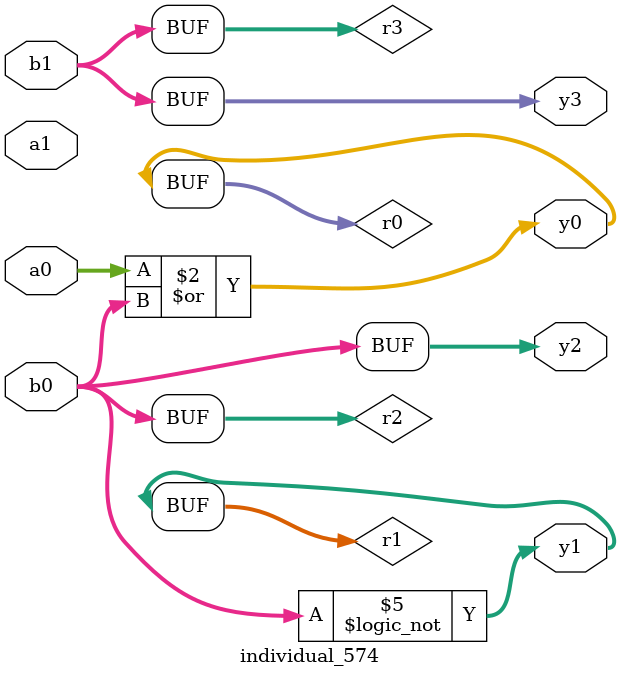
<source format=sv>
module individual_574(input logic [15:0] a1, input logic [15:0] a0, input logic [15:0] b1, input logic [15:0] b0, output logic [15:0] y3, output logic [15:0] y2, output logic [15:0] y1, output logic [15:0] y0);
logic [15:0] r0, r1, r2, r3; 
 always@(*) begin 
	 r0 = a0; r1 = a1; r2 = b0; r3 = b1; 
 	 r0  |=  r2 ;
 	 r1  ^=  r3 ;
 	 r1  &=  r3 ;
 	 r1 = ! r2 ;
 	 y3 = r3; y2 = r2; y1 = r1; y0 = r0; 
end
endmodule
</source>
